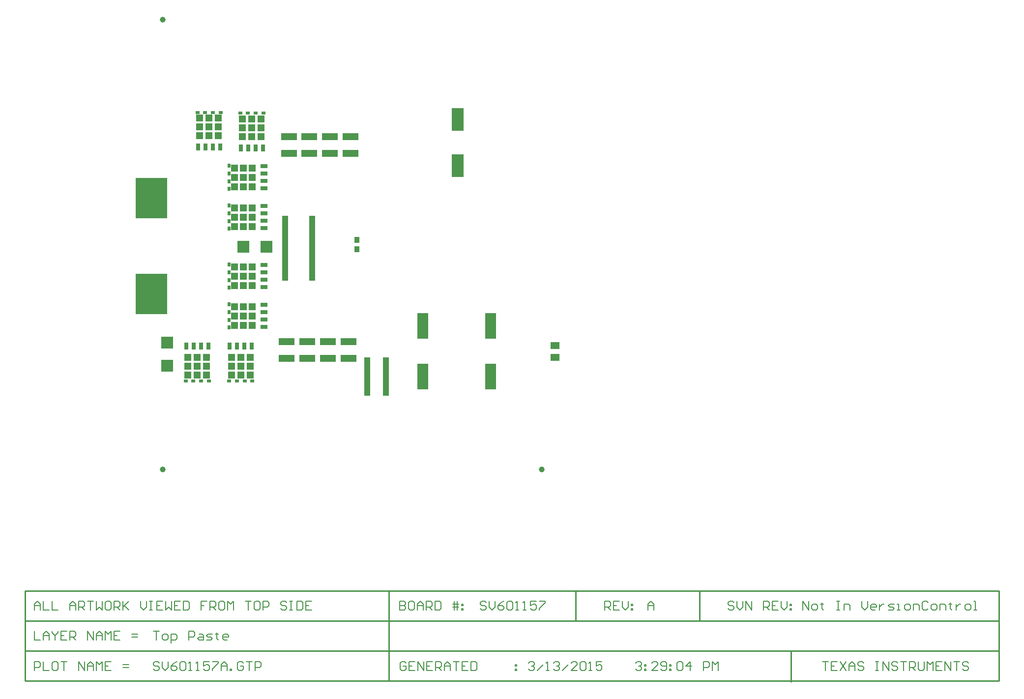
<source format=gtp>
%FSAX25Y25*%
%MOIN*%
G70*
G01*
G75*
G04 Layer_Color=9021481*
%ADD10R,0.90000X0.25000*%
%ADD11R,0.07874X0.07874*%
%ADD12R,0.07480X0.17323*%
%ADD13R,0.02559X0.04724*%
%ADD14R,0.02756X0.01969*%
%ADD15R,0.18504X0.17716*%
%ADD16R,0.21654X0.27559*%
%ADD17C,0.03937*%
%ADD18R,0.07874X0.15748*%
%ADD19R,0.03937X0.44094*%
%ADD20R,0.03937X0.25984*%
%ADD21R,0.10630X0.05118*%
%ADD22R,0.06300X0.05000*%
%ADD23R,0.03740X0.03937*%
%ADD24R,0.04724X0.02559*%
%ADD25R,0.01969X0.02756*%
%ADD26R,0.17716X0.18504*%
%ADD27R,0.07874X0.07874*%
%ADD28P,0.07072X4X90.0*%
%ADD29C,0.02400*%
%ADD30C,0.01200*%
%ADD31C,0.01000*%
%ADD32C,0.00800*%
%ADD33C,0.31496*%
%ADD34C,0.08700*%
%ADD35C,0.47244*%
%ADD36C,0.01575*%
%ADD37C,0.02400*%
%ADD38C,0.03800*%
%ADD39C,0.00700*%
%ADD40R,0.03937X0.06299*%
%ADD41R,0.02362X0.02362*%
%ADD42R,0.12205X0.20394*%
%ADD43O,0.06693X0.01378*%
%ADD44R,0.03347X0.03150*%
%ADD45R,0.03000X0.03000*%
%ADD46R,0.03150X0.03347*%
%ADD47C,0.01600*%
%ADD48C,0.00799*%
%ADD49C,0.00500*%
%ADD50C,0.00787*%
%ADD51C,0.00709*%
%ADD52C,0.00669*%
%ADD53C,0.01400*%
%ADD54R,0.12400X0.02000*%
%ADD55R,0.01762X0.02224*%
%ADD56R,0.02224X0.01762*%
%ADD57R,0.02000X0.12400*%
%ADD58R,0.30000X0.10000*%
%ADD59R,0.05118X0.04854*%
%ADD60R,0.05118X0.04854*%
%ADD61R,0.04854X0.05118*%
G54D11*
X0136200Y0269274D02*
D03*
Y0253526D02*
D03*
G54D12*
X0309700Y0280526D02*
D03*
Y0246274D02*
D03*
X0355700Y0280526D02*
D03*
Y0246274D02*
D03*
G54D13*
X0201200Y0401278D02*
D03*
X0196200D02*
D03*
X0191200D02*
D03*
X0186200D02*
D03*
X0149200Y0267022D02*
D03*
X0154200D02*
D03*
X0159200D02*
D03*
X0164200D02*
D03*
X0178700D02*
D03*
X0183700D02*
D03*
X0188700D02*
D03*
X0193700D02*
D03*
X0172200Y0401778D02*
D03*
X0167200D02*
D03*
X0162200D02*
D03*
X0157200D02*
D03*
G54D14*
X0185826Y0424900D02*
D03*
X0191042D02*
D03*
X0196358D02*
D03*
X0201574D02*
D03*
X0164574Y0243400D02*
D03*
X0159358D02*
D03*
X0154042D02*
D03*
X0148826D02*
D03*
X0194074D02*
D03*
X0188857D02*
D03*
X0183543D02*
D03*
X0178326D02*
D03*
X0156826Y0425400D02*
D03*
X0162042D02*
D03*
X0167358D02*
D03*
X0172574D02*
D03*
G54D16*
X0125700Y0302420D02*
D03*
Y0367380D02*
D03*
G54D17*
X0390200Y0183400D02*
D03*
X0133200Y0488400D02*
D03*
Y0183400D02*
D03*
G54D18*
X0333200Y0420648D02*
D03*
Y0389152D02*
D03*
G54D19*
X0216415Y0333400D02*
D03*
X0234525D02*
D03*
G54D20*
X0284499Y0246400D02*
D03*
X0271901D02*
D03*
G54D21*
X0219070Y0409109D02*
D03*
Y0397691D02*
D03*
X0217385Y0258691D02*
D03*
Y0270109D02*
D03*
X0231385Y0258691D02*
D03*
Y0270109D02*
D03*
X0245354Y0258691D02*
D03*
Y0270109D02*
D03*
X0259385Y0258691D02*
D03*
Y0270109D02*
D03*
X0260700Y0409109D02*
D03*
Y0397691D02*
D03*
X0246700Y0409109D02*
D03*
Y0397691D02*
D03*
X0232700Y0409109D02*
D03*
Y0397691D02*
D03*
G54D22*
X0399200Y0259400D02*
D03*
Y0267400D02*
D03*
G54D23*
X0265062Y0332670D02*
D03*
Y0338969D02*
D03*
G54D24*
X0201822Y0321900D02*
D03*
Y0316900D02*
D03*
Y0311900D02*
D03*
Y0306900D02*
D03*
Y0294900D02*
D03*
Y0289900D02*
D03*
Y0284900D02*
D03*
Y0279900D02*
D03*
Y0361900D02*
D03*
Y0356900D02*
D03*
Y0351900D02*
D03*
Y0346900D02*
D03*
Y0388900D02*
D03*
Y0383900D02*
D03*
Y0378900D02*
D03*
Y0373900D02*
D03*
G54D25*
X0178200Y0306526D02*
D03*
Y0311742D02*
D03*
Y0317057D02*
D03*
Y0322274D02*
D03*
Y0279526D02*
D03*
Y0284742D02*
D03*
Y0290057D02*
D03*
Y0295274D02*
D03*
Y0346526D02*
D03*
Y0351743D02*
D03*
Y0357057D02*
D03*
Y0362274D02*
D03*
Y0373526D02*
D03*
Y0378743D02*
D03*
Y0384057D02*
D03*
Y0389274D02*
D03*
G54D27*
X0203574Y0334400D02*
D03*
X0187826D02*
D03*
G54D31*
X0497200Y0080717D02*
Y0101050D01*
X0413200Y0080717D02*
Y0101050D01*
X0040000Y0080717D02*
X0700200D01*
X0040000Y0060383D02*
X0700000D01*
X0040000Y0040050D02*
X0440500D01*
X0040050Y0101050D02*
X0700200D01*
X0040050Y0040050D02*
Y0101050D01*
Y0040050D02*
X0197600D01*
X0040000D02*
Y0101050D01*
X0286500Y0040050D02*
Y0101050D01*
X0700200Y0040050D02*
Y0101050D01*
X0440500Y0040050D02*
X0700200D01*
X0559400Y0039400D02*
Y0059683D01*
G54D32*
X0126900Y0073549D02*
X0130899D01*
X0128899D01*
Y0067551D01*
X0133898D02*
X0135897D01*
X0136897Y0068550D01*
Y0070550D01*
X0135897Y0071549D01*
X0133898D01*
X0132898Y0070550D01*
Y0068550D01*
X0133898Y0067551D01*
X0138896Y0065551D02*
Y0071549D01*
X0141895D01*
X0142895Y0070550D01*
Y0068550D01*
X0141895Y0067551D01*
X0138896D01*
X0150892D02*
Y0073549D01*
X0153891D01*
X0154891Y0072549D01*
Y0070550D01*
X0153891Y0069550D01*
X0150892D01*
X0157890Y0071549D02*
X0159889D01*
X0160889Y0070550D01*
Y0067551D01*
X0157890D01*
X0156890Y0068550D01*
X0157890Y0069550D01*
X0160889D01*
X0162888Y0067551D02*
X0165887D01*
X0166887Y0068550D01*
X0165887Y0069550D01*
X0163888D01*
X0162888Y0070550D01*
X0163888Y0071549D01*
X0166887D01*
X0169886Y0072549D02*
Y0071549D01*
X0168886D01*
X0170886D01*
X0169886D01*
Y0068550D01*
X0170886Y0067551D01*
X0176884D02*
X0174884D01*
X0173885Y0068550D01*
Y0070550D01*
X0174884Y0071549D01*
X0176884D01*
X0177884Y0070550D01*
Y0069550D01*
X0173885D01*
X0567400Y0087833D02*
Y0093831D01*
X0571399Y0087833D01*
Y0093831D01*
X0574398Y0087833D02*
X0576397D01*
X0577397Y0088833D01*
Y0090832D01*
X0576397Y0091832D01*
X0574398D01*
X0573398Y0090832D01*
Y0088833D01*
X0574398Y0087833D01*
X0580396Y0092832D02*
Y0091832D01*
X0579396D01*
X0581395D01*
X0580396D01*
Y0088833D01*
X0581395Y0087833D01*
X0590393Y0093831D02*
X0592392D01*
X0591392D01*
Y0087833D01*
X0590393D01*
X0592392D01*
X0595391D02*
Y0091832D01*
X0598390D01*
X0599390Y0090832D01*
Y0087833D01*
X0607387Y0093831D02*
Y0089833D01*
X0609386Y0087833D01*
X0611386Y0089833D01*
Y0093831D01*
X0616384Y0087833D02*
X0614385D01*
X0613385Y0088833D01*
Y0090832D01*
X0614385Y0091832D01*
X0616384D01*
X0617384Y0090832D01*
Y0089833D01*
X0613385D01*
X0619383Y0091832D02*
Y0087833D01*
Y0089833D01*
X0620383Y0090832D01*
X0621383Y0091832D01*
X0622382D01*
X0625381Y0087833D02*
X0628380D01*
X0629380Y0088833D01*
X0628380Y0089833D01*
X0626381D01*
X0625381Y0090832D01*
X0626381Y0091832D01*
X0629380D01*
X0631379Y0087833D02*
X0633379D01*
X0632379D01*
Y0091832D01*
X0631379D01*
X0637377Y0087833D02*
X0639377D01*
X0640376Y0088833D01*
Y0090832D01*
X0639377Y0091832D01*
X0637377D01*
X0636378Y0090832D01*
Y0088833D01*
X0637377Y0087833D01*
X0642376D02*
Y0091832D01*
X0645375D01*
X0646374Y0090832D01*
Y0087833D01*
X0652373Y0092832D02*
X0651373Y0093831D01*
X0649373D01*
X0648374Y0092832D01*
Y0088833D01*
X0649373Y0087833D01*
X0651373D01*
X0652373Y0088833D01*
X0655372Y0087833D02*
X0657371D01*
X0658371Y0088833D01*
Y0090832D01*
X0657371Y0091832D01*
X0655372D01*
X0654372Y0090832D01*
Y0088833D01*
X0655372Y0087833D01*
X0660370D02*
Y0091832D01*
X0663369D01*
X0664369Y0090832D01*
Y0087833D01*
X0667368Y0092832D02*
Y0091832D01*
X0666368D01*
X0668367D01*
X0667368D01*
Y0088833D01*
X0668367Y0087833D01*
X0671366Y0091832D02*
Y0087833D01*
Y0089833D01*
X0672366Y0090832D01*
X0673366Y0091832D01*
X0674365D01*
X0678364Y0087833D02*
X0680364D01*
X0681363Y0088833D01*
Y0090832D01*
X0680364Y0091832D01*
X0678364D01*
X0677364Y0090832D01*
Y0088833D01*
X0678364Y0087833D01*
X0683362D02*
X0685362D01*
X0684362D01*
Y0093831D01*
X0683362D01*
X0520799Y0092832D02*
X0519799Y0093831D01*
X0517800D01*
X0516800Y0092832D01*
Y0091832D01*
X0517800Y0090832D01*
X0519799D01*
X0520799Y0089833D01*
Y0088833D01*
X0519799Y0087833D01*
X0517800D01*
X0516800Y0088833D01*
X0522798Y0093831D02*
Y0089833D01*
X0524797Y0087833D01*
X0526797Y0089833D01*
Y0093831D01*
X0528796Y0087833D02*
Y0093831D01*
X0532795Y0087833D01*
Y0093831D01*
X0540792Y0087833D02*
Y0093831D01*
X0543791D01*
X0544791Y0092832D01*
Y0090832D01*
X0543791Y0089833D01*
X0540792D01*
X0542792D02*
X0544791Y0087833D01*
X0550789Y0093831D02*
X0546790D01*
Y0087833D01*
X0550789D01*
X0546790Y0090832D02*
X0548790D01*
X0552788Y0093831D02*
Y0089833D01*
X0554788Y0087833D01*
X0556787Y0089833D01*
Y0093831D01*
X0558786Y0091832D02*
X0559786D01*
Y0090832D01*
X0558786D01*
Y0091832D01*
Y0088833D02*
X0559786D01*
Y0087833D01*
X0558786D01*
Y0088833D01*
X0433000Y0087833D02*
Y0093831D01*
X0435999D01*
X0436999Y0092832D01*
Y0090832D01*
X0435999Y0089833D01*
X0433000D01*
X0434999D02*
X0436999Y0087833D01*
X0442997Y0093831D02*
X0438998D01*
Y0087833D01*
X0442997D01*
X0438998Y0090832D02*
X0440997D01*
X0444996Y0093831D02*
Y0089833D01*
X0446995Y0087833D01*
X0448995Y0089833D01*
Y0093831D01*
X0450994Y0091832D02*
X0451994D01*
Y0090832D01*
X0450994D01*
Y0091832D01*
Y0088833D02*
X0451994D01*
Y0087833D01*
X0450994D01*
Y0088833D01*
X0130899Y0051965D02*
X0129899Y0052965D01*
X0127900D01*
X0126900Y0051965D01*
Y0050965D01*
X0127900Y0049966D01*
X0129899D01*
X0130899Y0048966D01*
Y0047966D01*
X0129899Y0046966D01*
X0127900D01*
X0126900Y0047966D01*
X0132898Y0052965D02*
Y0048966D01*
X0134897Y0046966D01*
X0136897Y0048966D01*
Y0052965D01*
X0142895D02*
X0140895Y0051965D01*
X0138896Y0049966D01*
Y0047966D01*
X0139896Y0046966D01*
X0141895D01*
X0142895Y0047966D01*
Y0048966D01*
X0141895Y0049966D01*
X0138896D01*
X0144894Y0051965D02*
X0145894Y0052965D01*
X0147893D01*
X0148893Y0051965D01*
Y0047966D01*
X0147893Y0046966D01*
X0145894D01*
X0144894Y0047966D01*
Y0051965D01*
X0150892Y0046966D02*
X0152892D01*
X0151892D01*
Y0052965D01*
X0150892Y0051965D01*
X0155891Y0046966D02*
X0157890D01*
X0156890D01*
Y0052965D01*
X0155891Y0051965D01*
X0164888Y0052965D02*
X0160889D01*
Y0049966D01*
X0162888Y0050965D01*
X0163888D01*
X0164888Y0049966D01*
Y0047966D01*
X0163888Y0046966D01*
X0161889D01*
X0160889Y0047966D01*
X0166887Y0052965D02*
X0170886D01*
Y0051965D01*
X0166887Y0047966D01*
Y0046966D01*
X0172885D02*
Y0050965D01*
X0174884Y0052965D01*
X0176884Y0050965D01*
Y0046966D01*
Y0049966D01*
X0172885D01*
X0178883Y0046966D02*
Y0047966D01*
X0179883D01*
Y0046966D01*
X0178883D01*
X0187880Y0051965D02*
X0186881Y0052965D01*
X0184881D01*
X0183882Y0051965D01*
Y0047966D01*
X0184881Y0046966D01*
X0186881D01*
X0187880Y0047966D01*
Y0049966D01*
X0185881D01*
X0189880Y0052965D02*
X0193878D01*
X0191879D01*
Y0046966D01*
X0195878D02*
Y0052965D01*
X0198877D01*
X0199876Y0051965D01*
Y0049966D01*
X0198877Y0048966D01*
X0195878D01*
X0381150Y0051965D02*
X0382150Y0052965D01*
X0384149D01*
X0385149Y0051965D01*
Y0050965D01*
X0384149Y0049966D01*
X0383149D01*
X0384149D01*
X0385149Y0048966D01*
Y0047966D01*
X0384149Y0046966D01*
X0382150D01*
X0381150Y0047966D01*
X0387148Y0046966D02*
X0391147Y0050965D01*
X0393146Y0046966D02*
X0395146D01*
X0394146D01*
Y0052965D01*
X0393146Y0051965D01*
X0398145D02*
X0399144Y0052965D01*
X0401144D01*
X0402143Y0051965D01*
Y0050965D01*
X0401144Y0049966D01*
X0400144D01*
X0401144D01*
X0402143Y0048966D01*
Y0047966D01*
X0401144Y0046966D01*
X0399144D01*
X0398145Y0047966D01*
X0404143Y0046966D02*
X0408141Y0050965D01*
X0414139Y0046966D02*
X0410141D01*
X0414139Y0050965D01*
Y0051965D01*
X0413140Y0052965D01*
X0411140D01*
X0410141Y0051965D01*
X0416139D02*
X0417138Y0052965D01*
X0419138D01*
X0420137Y0051965D01*
Y0047966D01*
X0419138Y0046966D01*
X0417138D01*
X0416139Y0047966D01*
Y0051965D01*
X0422137Y0046966D02*
X0424136D01*
X0423136D01*
Y0052965D01*
X0422137Y0051965D01*
X0431134Y0052965D02*
X0427135D01*
Y0049966D01*
X0429135Y0050965D01*
X0430134D01*
X0431134Y0049966D01*
Y0047966D01*
X0430134Y0046966D01*
X0428135D01*
X0427135Y0047966D01*
X0298199Y0051965D02*
X0297199Y0052965D01*
X0295200D01*
X0294200Y0051965D01*
Y0047966D01*
X0295200Y0046966D01*
X0297199D01*
X0298199Y0047966D01*
Y0049966D01*
X0296199D01*
X0304197Y0052965D02*
X0300198D01*
Y0046966D01*
X0304197D01*
X0300198Y0049966D02*
X0302197D01*
X0306196Y0046966D02*
Y0052965D01*
X0310195Y0046966D01*
Y0052965D01*
X0316193D02*
X0312194D01*
Y0046966D01*
X0316193D01*
X0312194Y0049966D02*
X0314194D01*
X0318192Y0046966D02*
Y0052965D01*
X0321191D01*
X0322191Y0051965D01*
Y0049966D01*
X0321191Y0048966D01*
X0318192D01*
X0320192D02*
X0322191Y0046966D01*
X0324190D02*
Y0050965D01*
X0326190Y0052965D01*
X0328189Y0050965D01*
Y0046966D01*
Y0049966D01*
X0324190D01*
X0330188Y0052965D02*
X0334187D01*
X0332188D01*
Y0046966D01*
X0340185Y0052965D02*
X0336186D01*
Y0046966D01*
X0340185D01*
X0336186Y0049966D02*
X0338186D01*
X0342184Y0052965D02*
Y0046966D01*
X0345183D01*
X0346183Y0047966D01*
Y0051965D01*
X0345183Y0052965D01*
X0342184D01*
X0372175Y0050965D02*
X0373175D01*
Y0049966D01*
X0372175D01*
Y0050965D01*
Y0047966D02*
X0373175D01*
Y0046966D01*
X0372175D01*
Y0047966D01*
X0046350Y0087833D02*
Y0091832D01*
X0048349Y0093831D01*
X0050349Y0091832D01*
Y0087833D01*
Y0090832D01*
X0046350D01*
X0052348Y0093831D02*
Y0087833D01*
X0056347D01*
X0058346Y0093831D02*
Y0087833D01*
X0062345D01*
X0070342D02*
Y0091832D01*
X0072342Y0093831D01*
X0074341Y0091832D01*
Y0087833D01*
Y0090832D01*
X0070342D01*
X0076340Y0087833D02*
Y0093831D01*
X0079339D01*
X0080339Y0092832D01*
Y0090832D01*
X0079339Y0089833D01*
X0076340D01*
X0078340D02*
X0080339Y0087833D01*
X0082338Y0093831D02*
X0086337D01*
X0084338D01*
Y0087833D01*
X0088336Y0093831D02*
Y0087833D01*
X0090336Y0089833D01*
X0092335Y0087833D01*
Y0093831D01*
X0097334D02*
X0095334D01*
X0094335Y0092832D01*
Y0088833D01*
X0095334Y0087833D01*
X0097334D01*
X0098333Y0088833D01*
Y0092832D01*
X0097334Y0093831D01*
X0100332Y0087833D02*
Y0093831D01*
X0103332D01*
X0104331Y0092832D01*
Y0090832D01*
X0103332Y0089833D01*
X0100332D01*
X0102332D02*
X0104331Y0087833D01*
X0106331Y0093831D02*
Y0087833D01*
Y0089833D01*
X0110329Y0093831D01*
X0107330Y0090832D01*
X0110329Y0087833D01*
X0118327Y0093831D02*
Y0089833D01*
X0120326Y0087833D01*
X0122325Y0089833D01*
Y0093831D01*
X0124325D02*
X0126324D01*
X0125324D01*
Y0087833D01*
X0124325D01*
X0126324D01*
X0133322Y0093831D02*
X0129323D01*
Y0087833D01*
X0133322D01*
X0129323Y0090832D02*
X0131323D01*
X0135321Y0093831D02*
Y0087833D01*
X0137321Y0089833D01*
X0139320Y0087833D01*
Y0093831D01*
X0145318D02*
X0141319D01*
Y0087833D01*
X0145318D01*
X0141319Y0090832D02*
X0143319D01*
X0147317Y0093831D02*
Y0087833D01*
X0150316D01*
X0151316Y0088833D01*
Y0092832D01*
X0150316Y0093831D01*
X0147317D01*
X0163312D02*
X0159313D01*
Y0090832D01*
X0161313D01*
X0159313D01*
Y0087833D01*
X0165312D02*
Y0093831D01*
X0168310D01*
X0169310Y0092832D01*
Y0090832D01*
X0168310Y0089833D01*
X0165312D01*
X0167311D02*
X0169310Y0087833D01*
X0174309Y0093831D02*
X0172309D01*
X0171310Y0092832D01*
Y0088833D01*
X0172309Y0087833D01*
X0174309D01*
X0175308Y0088833D01*
Y0092832D01*
X0174309Y0093831D01*
X0177308Y0087833D02*
Y0093831D01*
X0179307Y0091832D01*
X0181306Y0093831D01*
Y0087833D01*
X0189304Y0093831D02*
X0193303D01*
X0191303D01*
Y0087833D01*
X0198301Y0093831D02*
X0196301D01*
X0195302Y0092832D01*
Y0088833D01*
X0196301Y0087833D01*
X0198301D01*
X0199301Y0088833D01*
Y0092832D01*
X0198301Y0093831D01*
X0201300Y0087833D02*
Y0093831D01*
X0204299D01*
X0205299Y0092832D01*
Y0090832D01*
X0204299Y0089833D01*
X0201300D01*
X0217295Y0092832D02*
X0216295Y0093831D01*
X0214296D01*
X0213296Y0092832D01*
Y0091832D01*
X0214296Y0090832D01*
X0216295D01*
X0217295Y0089833D01*
Y0088833D01*
X0216295Y0087833D01*
X0214296D01*
X0213296Y0088833D01*
X0219294Y0093831D02*
X0221293D01*
X0220294D01*
Y0087833D01*
X0219294D01*
X0221293D01*
X0224292Y0093831D02*
Y0087833D01*
X0227291D01*
X0228291Y0088833D01*
Y0092832D01*
X0227291Y0093831D01*
X0224292D01*
X0234289D02*
X0230291D01*
Y0087833D01*
X0234289D01*
X0230291Y0090832D02*
X0232290D01*
X0462150Y0087833D02*
Y0091832D01*
X0464149Y0093831D01*
X0466149Y0091832D01*
Y0087833D01*
Y0090832D01*
X0462150D01*
X0352549Y0092832D02*
X0351549Y0093831D01*
X0349550D01*
X0348550Y0092832D01*
Y0091832D01*
X0349550Y0090832D01*
X0351549D01*
X0352549Y0089833D01*
Y0088833D01*
X0351549Y0087833D01*
X0349550D01*
X0348550Y0088833D01*
X0354548Y0093831D02*
Y0089833D01*
X0356547Y0087833D01*
X0358547Y0089833D01*
Y0093831D01*
X0364545D02*
X0362545Y0092832D01*
X0360546Y0090832D01*
Y0088833D01*
X0361546Y0087833D01*
X0363545D01*
X0364545Y0088833D01*
Y0089833D01*
X0363545Y0090832D01*
X0360546D01*
X0366544Y0092832D02*
X0367544Y0093831D01*
X0369543D01*
X0370543Y0092832D01*
Y0088833D01*
X0369543Y0087833D01*
X0367544D01*
X0366544Y0088833D01*
Y0092832D01*
X0372542Y0087833D02*
X0374542D01*
X0373542D01*
Y0093831D01*
X0372542Y0092832D01*
X0377541Y0087833D02*
X0379540D01*
X0378540D01*
Y0093831D01*
X0377541Y0092832D01*
X0386538Y0093831D02*
X0382539D01*
Y0090832D01*
X0384538Y0091832D01*
X0385538D01*
X0386538Y0090832D01*
Y0088833D01*
X0385538Y0087833D01*
X0383539D01*
X0382539Y0088833D01*
X0388537Y0093831D02*
X0392536D01*
Y0092832D01*
X0388537Y0088833D01*
Y0087833D01*
X0294000Y0093831D02*
Y0087833D01*
X0296999D01*
X0297999Y0088833D01*
Y0089833D01*
X0296999Y0090832D01*
X0294000D01*
X0296999D01*
X0297999Y0091832D01*
Y0092832D01*
X0296999Y0093831D01*
X0294000D01*
X0302997D02*
X0300998D01*
X0299998Y0092832D01*
Y0088833D01*
X0300998Y0087833D01*
X0302997D01*
X0303997Y0088833D01*
Y0092832D01*
X0302997Y0093831D01*
X0305996Y0087833D02*
Y0091832D01*
X0307996Y0093831D01*
X0309995Y0091832D01*
Y0087833D01*
Y0090832D01*
X0305996D01*
X0311994Y0087833D02*
Y0093831D01*
X0314993D01*
X0315993Y0092832D01*
Y0090832D01*
X0314993Y0089833D01*
X0311994D01*
X0313994D02*
X0315993Y0087833D01*
X0317992Y0093831D02*
Y0087833D01*
X0320991D01*
X0321991Y0088833D01*
Y0092832D01*
X0320991Y0093831D01*
X0317992D01*
X0330988Y0087833D02*
Y0093831D01*
X0332987D02*
Y0087833D01*
X0329988Y0091832D02*
X0332987D01*
X0333987D01*
X0329988Y0089833D02*
X0333987D01*
X0335986Y0091832D02*
X0336986D01*
Y0090832D01*
X0335986D01*
Y0091832D01*
Y0088833D02*
X0336986D01*
Y0087833D01*
X0335986D01*
Y0088833D01*
X0046350Y0073549D02*
Y0067551D01*
X0050349D01*
X0052348D02*
Y0071549D01*
X0054347Y0073549D01*
X0056347Y0071549D01*
Y0067551D01*
Y0070550D01*
X0052348D01*
X0058346Y0073549D02*
Y0072549D01*
X0060346Y0070550D01*
X0062345Y0072549D01*
Y0073549D01*
X0060346Y0070550D02*
Y0067551D01*
X0068343Y0073549D02*
X0064344D01*
Y0067551D01*
X0068343D01*
X0064344Y0070550D02*
X0066343D01*
X0070342Y0067551D02*
Y0073549D01*
X0073341D01*
X0074341Y0072549D01*
Y0070550D01*
X0073341Y0069550D01*
X0070342D01*
X0072342D02*
X0074341Y0067551D01*
X0082338D02*
Y0073549D01*
X0086337Y0067551D01*
Y0073549D01*
X0088336Y0067551D02*
Y0071549D01*
X0090336Y0073549D01*
X0092335Y0071549D01*
Y0067551D01*
Y0070550D01*
X0088336D01*
X0094335Y0067551D02*
Y0073549D01*
X0096334Y0071549D01*
X0098333Y0073549D01*
Y0067551D01*
X0104331Y0073549D02*
X0100332D01*
Y0067551D01*
X0104331D01*
X0100332Y0070550D02*
X0102332D01*
X0112329Y0069550D02*
X0116327D01*
X0112329Y0071549D02*
X0116327D01*
X0046350Y0046966D02*
Y0052965D01*
X0049349D01*
X0050349Y0051965D01*
Y0049966D01*
X0049349Y0048966D01*
X0046350D01*
X0052348Y0052965D02*
Y0046966D01*
X0056347D01*
X0061345Y0052965D02*
X0059346D01*
X0058346Y0051965D01*
Y0047966D01*
X0059346Y0046966D01*
X0061345D01*
X0062345Y0047966D01*
Y0051965D01*
X0061345Y0052965D01*
X0064344D02*
X0068343D01*
X0066343D01*
Y0046966D01*
X0076340D02*
Y0052965D01*
X0080339Y0046966D01*
Y0052965D01*
X0082338Y0046966D02*
Y0050965D01*
X0084338Y0052965D01*
X0086337Y0050965D01*
Y0046966D01*
Y0049966D01*
X0082338D01*
X0088336Y0046966D02*
Y0052965D01*
X0090336Y0050965D01*
X0092335Y0052965D01*
Y0046966D01*
X0098333Y0052965D02*
X0094335D01*
Y0046966D01*
X0098333D01*
X0094335Y0049966D02*
X0096334D01*
X0106331Y0048966D02*
X0110329D01*
X0106331Y0050965D02*
X0110329D01*
X0454050Y0051965D02*
X0455050Y0052965D01*
X0457049D01*
X0458049Y0051965D01*
Y0050965D01*
X0457049Y0049966D01*
X0456049D01*
X0457049D01*
X0458049Y0048966D01*
Y0047966D01*
X0457049Y0046966D01*
X0455050D01*
X0454050Y0047966D01*
X0460048Y0050965D02*
X0461048D01*
Y0049966D01*
X0460048D01*
Y0050965D01*
Y0047966D02*
X0461048D01*
Y0046966D01*
X0460048D01*
Y0047966D01*
X0469045Y0046966D02*
X0465046D01*
X0469045Y0050965D01*
Y0051965D01*
X0468046Y0052965D01*
X0466046D01*
X0465046Y0051965D01*
X0471044Y0047966D02*
X0472044Y0046966D01*
X0474044D01*
X0475043Y0047966D01*
Y0051965D01*
X0474044Y0052965D01*
X0472044D01*
X0471044Y0051965D01*
Y0050965D01*
X0472044Y0049966D01*
X0475043D01*
X0477043Y0050965D02*
X0478042D01*
Y0049966D01*
X0477043D01*
Y0050965D01*
Y0047966D02*
X0478042D01*
Y0046966D01*
X0477043D01*
Y0047966D01*
X0482041Y0051965D02*
X0483041Y0052965D01*
X0485040D01*
X0486040Y0051965D01*
Y0047966D01*
X0485040Y0046966D01*
X0483041D01*
X0482041Y0047966D01*
Y0051965D01*
X0491038Y0046966D02*
Y0052965D01*
X0488039Y0049966D01*
X0492038D01*
X0500035Y0046966D02*
Y0052965D01*
X0503034D01*
X0504034Y0051965D01*
Y0049966D01*
X0503034Y0048966D01*
X0500035D01*
X0506033Y0046966D02*
Y0052965D01*
X0508033Y0050965D01*
X0510032Y0052965D01*
Y0046966D01*
X0580500Y0052965D02*
X0584499D01*
X0582499D01*
Y0046966D01*
X0590497Y0052965D02*
X0586498D01*
Y0046966D01*
X0590497D01*
X0586498Y0049966D02*
X0588497D01*
X0592496Y0052965D02*
X0596495Y0046966D01*
Y0052965D02*
X0592496Y0046966D01*
X0598494D02*
Y0050965D01*
X0600493Y0052965D01*
X0602493Y0050965D01*
Y0046966D01*
Y0049966D01*
X0598494D01*
X0608491Y0051965D02*
X0607491Y0052965D01*
X0605492D01*
X0604492Y0051965D01*
Y0050965D01*
X0605492Y0049966D01*
X0607491D01*
X0608491Y0048966D01*
Y0047966D01*
X0607491Y0046966D01*
X0605492D01*
X0604492Y0047966D01*
X0616488Y0052965D02*
X0618488D01*
X0617488D01*
Y0046966D01*
X0616488D01*
X0618488D01*
X0621487D02*
Y0052965D01*
X0625486Y0046966D01*
Y0052965D01*
X0631484Y0051965D02*
X0630484Y0052965D01*
X0628484D01*
X0627485Y0051965D01*
Y0050965D01*
X0628484Y0049966D01*
X0630484D01*
X0631484Y0048966D01*
Y0047966D01*
X0630484Y0046966D01*
X0628484D01*
X0627485Y0047966D01*
X0633483Y0052965D02*
X0637482D01*
X0635482D01*
Y0046966D01*
X0639481D02*
Y0052965D01*
X0642480D01*
X0643480Y0051965D01*
Y0049966D01*
X0642480Y0048966D01*
X0639481D01*
X0641480D02*
X0643480Y0046966D01*
X0645479Y0052965D02*
Y0047966D01*
X0646479Y0046966D01*
X0648478D01*
X0649478Y0047966D01*
Y0052965D01*
X0651477Y0046966D02*
Y0052965D01*
X0653476Y0050965D01*
X0655476Y0052965D01*
Y0046966D01*
X0661474Y0052965D02*
X0657475D01*
Y0046966D01*
X0661474D01*
X0657475Y0049966D02*
X0659474D01*
X0663473Y0046966D02*
Y0052965D01*
X0667472Y0046966D01*
Y0052965D01*
X0669471D02*
X0673470D01*
X0671471D01*
Y0046966D01*
X0679468Y0051965D02*
X0678468Y0052965D01*
X0676469D01*
X0675469Y0051965D01*
Y0050965D01*
X0676469Y0049966D01*
X0678468D01*
X0679468Y0048966D01*
Y0047966D01*
X0678468Y0046966D01*
X0676469D01*
X0675469Y0047966D01*
G54D59*
X0199999Y0409020D02*
D03*
X0199999Y0415055D02*
D03*
Y0421091D02*
D03*
X0193700Y0409020D02*
D03*
X0170999Y0409520D02*
D03*
X0170999Y0415555D02*
D03*
Y0421591D02*
D03*
X0164700Y0409520D02*
D03*
G54D60*
X0193700Y0421091D02*
D03*
Y0415055D02*
D03*
X0187401Y0421091D02*
D03*
Y0415055D02*
D03*
X0187401Y0409020D02*
D03*
X0150401Y0259280D02*
D03*
X0150401Y0253244D02*
D03*
Y0247209D02*
D03*
X0156700Y0247209D02*
D03*
Y0253245D02*
D03*
X0156700Y0259280D02*
D03*
X0162999Y0247209D02*
D03*
Y0253245D02*
D03*
X0162999Y0259280D02*
D03*
X0179901Y0259280D02*
D03*
X0179901Y0253244D02*
D03*
Y0247209D02*
D03*
X0186200Y0247209D02*
D03*
Y0253245D02*
D03*
X0186200Y0259280D02*
D03*
X0192499Y0247209D02*
D03*
Y0253245D02*
D03*
X0192499Y0259280D02*
D03*
X0164700Y0421591D02*
D03*
Y0415555D02*
D03*
X0158401Y0421591D02*
D03*
Y0415555D02*
D03*
X0158401Y0409520D02*
D03*
G54D61*
X0194080Y0320699D02*
D03*
X0188045D02*
D03*
X0182009D02*
D03*
Y0314400D02*
D03*
X0188045D02*
D03*
X0194080D02*
D03*
X0182009Y0308101D02*
D03*
X0188045D02*
D03*
X0194080D02*
D03*
Y0293699D02*
D03*
X0188045D02*
D03*
X0182009D02*
D03*
Y0287400D02*
D03*
X0188045D02*
D03*
X0194080D02*
D03*
X0182009Y0281101D02*
D03*
X0188045D02*
D03*
X0194080D02*
D03*
Y0360699D02*
D03*
X0188045D02*
D03*
X0182009D02*
D03*
Y0354400D02*
D03*
X0188045D02*
D03*
X0194080D02*
D03*
X0182009Y0348101D02*
D03*
X0188045D02*
D03*
X0194080D02*
D03*
Y0387699D02*
D03*
X0188045D02*
D03*
X0182009D02*
D03*
Y0381400D02*
D03*
X0188045D02*
D03*
X0194080D02*
D03*
X0182009Y0375101D02*
D03*
X0188045D02*
D03*
X0194080D02*
D03*
M02*

</source>
